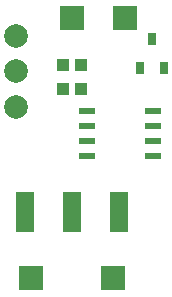
<source format=gbr>
%TF.GenerationSoftware,KiCad,Pcbnew,(6.0.8)*%
%TF.CreationDate,2023-04-11T18:02:56+03:00*%
%TF.ProjectId,ITR-2,4954522d-322e-46b6-9963-61645f706362,rev?*%
%TF.SameCoordinates,Original*%
%TF.FileFunction,Soldermask,Top*%
%TF.FilePolarity,Negative*%
%FSLAX46Y46*%
G04 Gerber Fmt 4.6, Leading zero omitted, Abs format (unit mm)*
G04 Created by KiCad (PCBNEW (6.0.8)) date 2023-04-11 18:02:56*
%MOMM*%
%LPD*%
G01*
G04 APERTURE LIST*
G04 Aperture macros list*
%AMOutline4P*
0 Free polygon, 4 corners , with rotation*
0 The origin of the aperture is its center*
0 number of corners: always 4*
0 $1 to $8 corner X, Y*
0 $9 Rotation angle, in degrees counterclockwise*
0 create outline with 4 corners*
4,1,4,$1,$2,$3,$4,$5,$6,$7,$8,$1,$2,$9*%
G04 Aperture macros list end*
%ADD10R,0.800000X1.000000*%
%ADD11Outline4P,-1.000000X-1.000000X1.000000X-1.000000X1.000000X1.000000X-1.000000X1.000000X0.000000*%
%ADD12R,1.100000X1.050000*%
%ADD13R,1.473200X0.609600*%
%ADD14C,2.000000*%
%ADD15R,1.600000X3.500000*%
G04 APERTURE END LIST*
D10*
%TO.C,VT1*%
X140750000Y-88750000D03*
X142750000Y-88750000D03*
X141750000Y-86250000D03*
%TD*%
D11*
%TO.C,X3*%
X139500000Y-84500000D03*
%TD*%
D12*
%TO.C,HL2*%
X134200000Y-90500000D03*
X135800000Y-90500000D03*
%TD*%
D11*
%TO.C,X2*%
X138500000Y-106500000D03*
%TD*%
D13*
%TO.C,DA1*%
X136232200Y-92345000D03*
X136232200Y-93615000D03*
X136232200Y-94885000D03*
X136232200Y-96155000D03*
X141820200Y-96155000D03*
X141820200Y-94885000D03*
X141820200Y-93615000D03*
X141820200Y-92345000D03*
%TD*%
D14*
%TO.C,SB1*%
X130250000Y-92000000D03*
X130250000Y-89000000D03*
X130250000Y-86000000D03*
%TD*%
D11*
%TO.C,X4*%
X135000000Y-84500000D03*
%TD*%
D12*
%TO.C,HL1*%
X134200000Y-88500000D03*
X135800000Y-88500000D03*
%TD*%
D11*
%TO.C,X1*%
X131500000Y-106500000D03*
%TD*%
D15*
%TO.C,R4*%
X139000000Y-100925000D03*
X135000000Y-100925000D03*
X131000000Y-100925000D03*
%TD*%
M02*

</source>
